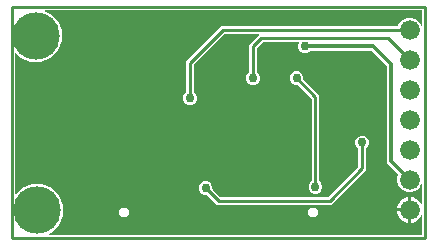
<source format=gtl>
G04 EAGLE Gerber RS-274X export*
G75*
%MOMM*%
%FSLAX34Y34*%
%LPD*%
%INTop Copper*%
%IPPOS*%
%AMOC8*
5,1,8,0,0,1.08239X$1,22.5*%
G01*
%ADD10C,1.676400*%
%ADD11C,0.254000*%
%ADD12C,0.755600*%
%ADD13C,0.304800*%
%ADD14C,4.016000*%
%ADD15C,0.254000*%

G36*
X347017Y2425D02*
X347017Y2425D01*
X347083Y2427D01*
X347126Y2445D01*
X347173Y2453D01*
X347230Y2487D01*
X347290Y2512D01*
X347325Y2543D01*
X347366Y2568D01*
X347408Y2619D01*
X347456Y2663D01*
X347478Y2705D01*
X347507Y2742D01*
X347528Y2804D01*
X347559Y2863D01*
X347567Y2917D01*
X347579Y2954D01*
X347578Y2994D01*
X347586Y3048D01*
X347586Y18187D01*
X347573Y18262D01*
X347568Y18337D01*
X347553Y18371D01*
X347547Y18408D01*
X347508Y18473D01*
X347477Y18543D01*
X347451Y18569D01*
X347432Y18601D01*
X347373Y18649D01*
X347320Y18703D01*
X347287Y18719D01*
X347258Y18742D01*
X347186Y18766D01*
X347117Y18799D01*
X347081Y18802D01*
X347046Y18814D01*
X346970Y18812D01*
X346894Y18818D01*
X346858Y18808D01*
X346821Y18807D01*
X346751Y18779D01*
X346678Y18759D01*
X346648Y18737D01*
X346614Y18723D01*
X346557Y18672D01*
X346496Y18627D01*
X346471Y18593D01*
X346448Y18572D01*
X346427Y18531D01*
X346387Y18475D01*
X346005Y17726D01*
X344995Y16335D01*
X343779Y15119D01*
X342388Y14108D01*
X340856Y13328D01*
X339221Y12797D01*
X337933Y12593D01*
X337933Y22815D01*
X337921Y22880D01*
X337919Y22946D01*
X337901Y22990D01*
X337893Y23036D01*
X337859Y23093D01*
X337835Y23154D01*
X337803Y23189D01*
X337779Y23229D01*
X337728Y23271D01*
X337683Y23319D01*
X337641Y23341D01*
X337605Y23371D01*
X337542Y23392D01*
X337484Y23422D01*
X337429Y23430D01*
X337392Y23443D01*
X337353Y23441D01*
X337298Y23450D01*
X336662Y23450D01*
X336662Y23451D01*
X337298Y23451D01*
X337363Y23463D01*
X337429Y23465D01*
X337473Y23483D01*
X337519Y23491D01*
X337576Y23525D01*
X337637Y23549D01*
X337672Y23581D01*
X337712Y23605D01*
X337754Y23656D01*
X337802Y23701D01*
X337824Y23743D01*
X337854Y23779D01*
X337875Y23842D01*
X337905Y23900D01*
X337913Y23955D01*
X337926Y23992D01*
X337924Y24031D01*
X337933Y24086D01*
X337933Y34308D01*
X339221Y34104D01*
X340856Y33573D01*
X342388Y32792D01*
X343779Y31782D01*
X344995Y30566D01*
X346005Y29175D01*
X346387Y28426D01*
X346433Y28366D01*
X346472Y28300D01*
X346500Y28277D01*
X346522Y28248D01*
X346587Y28207D01*
X346646Y28159D01*
X346681Y28147D01*
X346712Y28127D01*
X346786Y28111D01*
X346858Y28087D01*
X346895Y28088D01*
X346931Y28080D01*
X347007Y28091D01*
X347083Y28094D01*
X347117Y28107D01*
X347153Y28113D01*
X347220Y28149D01*
X347290Y28178D01*
X347318Y28203D01*
X347350Y28220D01*
X347400Y28278D01*
X347456Y28329D01*
X347473Y28362D01*
X347497Y28390D01*
X347524Y28461D01*
X347559Y28529D01*
X347565Y28570D01*
X347576Y28600D01*
X347576Y28646D01*
X347586Y28714D01*
X347586Y44817D01*
X347568Y44916D01*
X347554Y45016D01*
X347549Y45026D01*
X347547Y45038D01*
X347496Y45124D01*
X347448Y45213D01*
X347439Y45221D01*
X347432Y45231D01*
X347355Y45294D01*
X347279Y45361D01*
X347267Y45365D01*
X347258Y45373D01*
X347163Y45405D01*
X347069Y45440D01*
X347057Y45441D01*
X347046Y45444D01*
X346946Y45441D01*
X346845Y45442D01*
X346833Y45438D01*
X346821Y45438D01*
X346729Y45400D01*
X346634Y45366D01*
X346625Y45358D01*
X346614Y45353D01*
X346539Y45286D01*
X346463Y45220D01*
X346456Y45209D01*
X346448Y45202D01*
X346427Y45161D01*
X346366Y45060D01*
X345493Y42951D01*
X342563Y40021D01*
X338735Y38436D01*
X334592Y38436D01*
X330764Y40021D01*
X327834Y42951D01*
X326249Y46779D01*
X326249Y50922D01*
X327057Y52873D01*
X327068Y52926D01*
X327090Y52976D01*
X327092Y53035D01*
X327105Y53093D01*
X327097Y53146D01*
X327100Y53200D01*
X327082Y53256D01*
X327073Y53315D01*
X327047Y53362D01*
X327031Y53414D01*
X326989Y53471D01*
X326966Y53512D01*
X326943Y53532D01*
X326919Y53564D01*
X317443Y63041D01*
X317443Y145264D01*
X317436Y145306D01*
X317438Y145348D01*
X317416Y145415D01*
X317404Y145485D01*
X317382Y145521D01*
X317369Y145562D01*
X317315Y145635D01*
X317289Y145678D01*
X317273Y145691D01*
X317257Y145712D01*
X304792Y158177D01*
X304758Y158202D01*
X304729Y158233D01*
X304666Y158265D01*
X304608Y158306D01*
X304567Y158316D01*
X304529Y158336D01*
X304440Y158349D01*
X304391Y158362D01*
X304370Y158359D01*
X304344Y158363D01*
X252924Y158363D01*
X252882Y158356D01*
X252839Y158358D01*
X252772Y158336D01*
X252703Y158324D01*
X252666Y158302D01*
X252626Y158289D01*
X252553Y158235D01*
X252510Y158209D01*
X252496Y158193D01*
X252475Y158177D01*
X251292Y156994D01*
X249156Y156109D01*
X246844Y156109D01*
X244708Y156994D01*
X243074Y158628D01*
X242189Y160764D01*
X242189Y163076D01*
X242912Y164820D01*
X242928Y164896D01*
X242953Y164969D01*
X242952Y165005D01*
X242960Y165040D01*
X242949Y165116D01*
X242947Y165194D01*
X242933Y165226D01*
X242928Y165262D01*
X242891Y165330D01*
X242862Y165401D01*
X242838Y165428D01*
X242821Y165459D01*
X242763Y165510D01*
X242711Y165567D01*
X242679Y165583D01*
X242653Y165607D01*
X242580Y165634D01*
X242511Y165670D01*
X242471Y165676D01*
X242443Y165686D01*
X242396Y165687D01*
X242326Y165697D01*
X212631Y165697D01*
X212589Y165690D01*
X212547Y165692D01*
X212479Y165670D01*
X212410Y165658D01*
X212373Y165636D01*
X212333Y165623D01*
X212260Y165569D01*
X212217Y165543D01*
X212204Y165527D01*
X212182Y165511D01*
X207489Y160818D01*
X207464Y160783D01*
X207433Y160754D01*
X207401Y160691D01*
X207360Y160634D01*
X207350Y160592D01*
X207330Y160555D01*
X207317Y160465D01*
X207304Y160416D01*
X207307Y160395D01*
X207303Y160369D01*
X207303Y140178D01*
X207310Y140136D01*
X207308Y140093D01*
X207330Y140026D01*
X207342Y139957D01*
X207364Y139920D01*
X207377Y139880D01*
X207431Y139807D01*
X207457Y139764D01*
X207473Y139750D01*
X207489Y139729D01*
X208926Y138292D01*
X209811Y136156D01*
X209811Y133844D01*
X208926Y131708D01*
X207292Y130074D01*
X205156Y129189D01*
X202844Y129189D01*
X200708Y130074D01*
X199074Y131708D01*
X198189Y133844D01*
X198189Y136156D01*
X199074Y138292D01*
X200511Y139729D01*
X200536Y139764D01*
X200567Y139793D01*
X200599Y139855D01*
X200640Y139913D01*
X200650Y139954D01*
X200670Y139992D01*
X200683Y140082D01*
X200696Y140131D01*
X200693Y140151D01*
X200697Y140178D01*
X200697Y163368D01*
X208794Y171465D01*
X208845Y171538D01*
X208901Y171607D01*
X208909Y171630D01*
X208922Y171649D01*
X208945Y171735D01*
X208973Y171820D01*
X208972Y171843D01*
X208978Y171866D01*
X208969Y171955D01*
X208966Y172044D01*
X208958Y172066D01*
X208955Y172090D01*
X208916Y172170D01*
X208882Y172252D01*
X208866Y172269D01*
X208856Y172291D01*
X208791Y172352D01*
X208731Y172418D01*
X208710Y172428D01*
X208692Y172445D01*
X208610Y172479D01*
X208531Y172520D01*
X208505Y172524D01*
X208486Y172532D01*
X208435Y172534D01*
X208346Y172548D01*
X180631Y172548D01*
X180589Y172540D01*
X180547Y172542D01*
X180479Y172521D01*
X180410Y172508D01*
X180373Y172486D01*
X180333Y172473D01*
X180260Y172420D01*
X180217Y172394D01*
X180204Y172378D01*
X180182Y172362D01*
X154489Y146668D01*
X154464Y146633D01*
X154433Y146605D01*
X154401Y146542D01*
X154360Y146484D01*
X154350Y146443D01*
X154330Y146405D01*
X154317Y146315D01*
X154304Y146267D01*
X154307Y146246D01*
X154303Y146220D01*
X154303Y123178D01*
X154310Y123136D01*
X154308Y123093D01*
X154330Y123026D01*
X154342Y122957D01*
X154364Y122920D01*
X154377Y122880D01*
X154431Y122807D01*
X154457Y122764D01*
X154473Y122750D01*
X154489Y122729D01*
X155926Y121292D01*
X156811Y119156D01*
X156811Y116844D01*
X155926Y114708D01*
X154292Y113074D01*
X152156Y112189D01*
X149844Y112189D01*
X147708Y113074D01*
X146074Y114708D01*
X145189Y116844D01*
X145189Y119156D01*
X146074Y121292D01*
X147511Y122729D01*
X147536Y122764D01*
X147567Y122793D01*
X147599Y122855D01*
X147640Y122913D01*
X147650Y122954D01*
X147670Y122992D01*
X147683Y123082D01*
X147696Y123131D01*
X147693Y123151D01*
X147697Y123178D01*
X147697Y149219D01*
X177632Y179153D01*
X326335Y179153D01*
X326388Y179163D01*
X326442Y179162D01*
X326498Y179182D01*
X326556Y179193D01*
X326602Y179220D01*
X326653Y179239D01*
X326698Y179277D01*
X326749Y179307D01*
X326783Y179349D01*
X326824Y179384D01*
X326861Y179445D01*
X326890Y179481D01*
X326900Y179510D01*
X326921Y179545D01*
X327834Y181750D01*
X330764Y184680D01*
X334592Y186265D01*
X338735Y186265D01*
X342563Y184680D01*
X345493Y181750D01*
X346366Y179641D01*
X346420Y179556D01*
X346472Y179470D01*
X346481Y179462D01*
X346487Y179452D01*
X346568Y179392D01*
X346646Y179328D01*
X346657Y179325D01*
X346667Y179317D01*
X346763Y179289D01*
X346858Y179257D01*
X346870Y179257D01*
X346882Y179253D01*
X346982Y179260D01*
X347083Y179263D01*
X347094Y179268D01*
X347105Y179268D01*
X347197Y179310D01*
X347290Y179347D01*
X347299Y179355D01*
X347310Y179360D01*
X347382Y179431D01*
X347456Y179499D01*
X347462Y179509D01*
X347470Y179518D01*
X347512Y179609D01*
X347559Y179698D01*
X347561Y179711D01*
X347565Y179721D01*
X347569Y179766D01*
X347586Y179884D01*
X347586Y191952D01*
X347575Y192017D01*
X347573Y192083D01*
X347555Y192126D01*
X347547Y192173D01*
X347513Y192230D01*
X347488Y192290D01*
X347457Y192325D01*
X347432Y192366D01*
X347381Y192408D01*
X347337Y192456D01*
X347295Y192478D01*
X347258Y192507D01*
X347196Y192528D01*
X347137Y192559D01*
X347083Y192567D01*
X347046Y192579D01*
X347006Y192578D01*
X346952Y192586D01*
X28858Y192586D01*
X28759Y192568D01*
X28659Y192554D01*
X28649Y192549D01*
X28637Y192547D01*
X28551Y192495D01*
X28462Y192448D01*
X28454Y192439D01*
X28444Y192432D01*
X28381Y192355D01*
X28314Y192279D01*
X28310Y192267D01*
X28303Y192258D01*
X28270Y192163D01*
X28235Y192069D01*
X28235Y192057D01*
X28231Y192046D01*
X28234Y191946D01*
X28233Y191845D01*
X28237Y191833D01*
X28237Y191821D01*
X28275Y191729D01*
X28309Y191634D01*
X28317Y191625D01*
X28322Y191614D01*
X28389Y191540D01*
X28455Y191463D01*
X28466Y191456D01*
X28473Y191448D01*
X28514Y191427D01*
X28615Y191366D01*
X32526Y189746D01*
X38746Y183526D01*
X42113Y175399D01*
X42113Y166601D01*
X38746Y158474D01*
X32526Y152254D01*
X24399Y148887D01*
X15601Y148887D01*
X7474Y152254D01*
X3496Y156231D01*
X3423Y156282D01*
X3354Y156338D01*
X3332Y156346D01*
X3312Y156360D01*
X3226Y156382D01*
X3142Y156410D01*
X3118Y156410D01*
X3095Y156415D01*
X3006Y156406D01*
X2917Y156404D01*
X2895Y156395D01*
X2872Y156392D01*
X2792Y156353D01*
X2710Y156319D01*
X2692Y156303D01*
X2671Y156293D01*
X2610Y156228D01*
X2544Y156168D01*
X2533Y156147D01*
X2517Y156130D01*
X2482Y156048D01*
X2441Y155968D01*
X2438Y155942D01*
X2429Y155923D01*
X2427Y155873D01*
X2414Y155783D01*
X2414Y37217D01*
X2430Y37129D01*
X2439Y37041D01*
X2449Y37020D01*
X2453Y36996D01*
X2499Y36920D01*
X2538Y36840D01*
X2555Y36823D01*
X2568Y36803D01*
X2637Y36747D01*
X2701Y36686D01*
X2723Y36677D01*
X2742Y36662D01*
X2826Y36633D01*
X2908Y36598D01*
X2932Y36597D01*
X2954Y36590D01*
X3043Y36592D01*
X3132Y36588D01*
X3155Y36596D01*
X3179Y36596D01*
X3261Y36630D01*
X3346Y36657D01*
X3367Y36673D01*
X3386Y36681D01*
X3424Y36715D01*
X3496Y36769D01*
X8474Y41746D01*
X16601Y45113D01*
X25399Y45113D01*
X33526Y41746D01*
X39746Y35526D01*
X43113Y27399D01*
X43113Y18601D01*
X39746Y10474D01*
X33526Y4254D01*
X32029Y3634D01*
X31945Y3580D01*
X31858Y3528D01*
X31851Y3519D01*
X31841Y3513D01*
X31780Y3432D01*
X31717Y3354D01*
X31713Y3343D01*
X31706Y3333D01*
X31677Y3237D01*
X31645Y3142D01*
X31645Y3130D01*
X31642Y3118D01*
X31649Y3018D01*
X31652Y2917D01*
X31656Y2906D01*
X31657Y2895D01*
X31698Y2803D01*
X31736Y2710D01*
X31744Y2701D01*
X31749Y2690D01*
X31819Y2618D01*
X31887Y2544D01*
X31898Y2538D01*
X31906Y2530D01*
X31997Y2488D01*
X32087Y2441D01*
X32100Y2439D01*
X32109Y2435D01*
X32155Y2431D01*
X32272Y2414D01*
X346952Y2414D01*
X347017Y2425D01*
G37*
%LPC*%
G36*
X173632Y27697D02*
X173632Y27697D01*
X165326Y36003D01*
X165291Y36028D01*
X165262Y36059D01*
X165199Y36091D01*
X165142Y36132D01*
X165100Y36142D01*
X165063Y36162D01*
X164973Y36175D01*
X164924Y36188D01*
X164903Y36185D01*
X164877Y36189D01*
X162844Y36189D01*
X160708Y37074D01*
X159074Y38708D01*
X158189Y40844D01*
X158189Y43156D01*
X159074Y45292D01*
X160708Y46926D01*
X162844Y47811D01*
X165156Y47811D01*
X167292Y46926D01*
X168926Y45292D01*
X169811Y43156D01*
X169811Y41123D01*
X169818Y41081D01*
X169816Y41039D01*
X169838Y40971D01*
X169850Y40902D01*
X169872Y40865D01*
X169885Y40825D01*
X169927Y40769D01*
X169928Y40765D01*
X169935Y40757D01*
X169939Y40752D01*
X169965Y40709D01*
X169981Y40696D01*
X169997Y40674D01*
X176182Y34489D01*
X176217Y34464D01*
X176246Y34433D01*
X176309Y34401D01*
X176366Y34360D01*
X176408Y34350D01*
X176445Y34330D01*
X176535Y34317D01*
X176584Y34304D01*
X176605Y34307D01*
X176631Y34303D01*
X267369Y34303D01*
X267411Y34310D01*
X267453Y34308D01*
X267521Y34330D01*
X267590Y34342D01*
X267627Y34364D01*
X267667Y34377D01*
X267740Y34431D01*
X267783Y34457D01*
X267796Y34473D01*
X267818Y34489D01*
X293082Y59753D01*
X293107Y59788D01*
X293138Y59817D01*
X293170Y59880D01*
X293211Y59937D01*
X293221Y59979D01*
X293241Y60016D01*
X293254Y60106D01*
X293266Y60155D01*
X293264Y60176D01*
X293268Y60202D01*
X293268Y75393D01*
X293261Y75435D01*
X293263Y75478D01*
X293241Y75545D01*
X293229Y75614D01*
X293207Y75651D01*
X293194Y75691D01*
X293140Y75764D01*
X293114Y75807D01*
X293098Y75821D01*
X293082Y75842D01*
X291645Y77279D01*
X290760Y79415D01*
X290760Y81727D01*
X291645Y83863D01*
X293279Y85497D01*
X295415Y86382D01*
X297727Y86382D01*
X299863Y85497D01*
X301497Y83863D01*
X302382Y81727D01*
X302382Y79415D01*
X301497Y77279D01*
X300059Y75842D01*
X300035Y75807D01*
X300004Y75778D01*
X299972Y75715D01*
X299931Y75658D01*
X299921Y75617D01*
X299901Y75579D01*
X299888Y75489D01*
X299875Y75440D01*
X299878Y75420D01*
X299874Y75393D01*
X299874Y57203D01*
X270368Y27697D01*
X173632Y27697D01*
G37*
%LPD*%
%LPC*%
G36*
X255844Y37189D02*
X255844Y37189D01*
X253708Y38074D01*
X252074Y39708D01*
X251189Y41844D01*
X251189Y44156D01*
X252074Y46292D01*
X253511Y47729D01*
X253536Y47764D01*
X253567Y47793D01*
X253599Y47855D01*
X253640Y47913D01*
X253650Y47954D01*
X253670Y47992D01*
X253683Y48082D01*
X253696Y48131D01*
X253693Y48151D01*
X253697Y48178D01*
X253697Y117369D01*
X253690Y117411D01*
X253692Y117453D01*
X253670Y117521D01*
X253658Y117590D01*
X253636Y117627D01*
X253623Y117667D01*
X253569Y117740D01*
X253543Y117783D01*
X253527Y117796D01*
X253511Y117818D01*
X242326Y129003D01*
X242291Y129028D01*
X242262Y129059D01*
X242199Y129091D01*
X242142Y129132D01*
X242100Y129142D01*
X242063Y129162D01*
X241973Y129175D01*
X241924Y129188D01*
X241903Y129185D01*
X241877Y129189D01*
X239844Y129189D01*
X237708Y130074D01*
X236074Y131708D01*
X235189Y133844D01*
X235189Y136156D01*
X236074Y138292D01*
X237708Y139926D01*
X239844Y140811D01*
X242156Y140811D01*
X244292Y139926D01*
X245926Y138292D01*
X246811Y136156D01*
X246811Y134123D01*
X246818Y134081D01*
X246816Y134039D01*
X246838Y133971D01*
X246850Y133902D01*
X246872Y133865D01*
X246885Y133825D01*
X246939Y133752D01*
X246965Y133709D01*
X246981Y133695D01*
X246997Y133674D01*
X260303Y120368D01*
X260303Y48178D01*
X260310Y48136D01*
X260308Y48093D01*
X260330Y48026D01*
X260342Y47957D01*
X260364Y47920D01*
X260377Y47880D01*
X260431Y47807D01*
X260457Y47764D01*
X260473Y47750D01*
X260489Y47729D01*
X261926Y46292D01*
X262811Y44156D01*
X262811Y41844D01*
X261926Y39708D01*
X260292Y38074D01*
X258156Y37189D01*
X255844Y37189D01*
G37*
%LPD*%
%LPC*%
G36*
X325806Y24720D02*
X325806Y24720D01*
X326010Y26008D01*
X326541Y27643D01*
X327321Y29175D01*
X328332Y30566D01*
X329548Y31782D01*
X330939Y32792D01*
X332470Y33573D01*
X334106Y34104D01*
X335394Y34308D01*
X335394Y24720D01*
X325806Y24720D01*
G37*
%LPD*%
%LPC*%
G36*
X334106Y12797D02*
X334106Y12797D01*
X332470Y13328D01*
X330939Y14108D01*
X329548Y15119D01*
X328332Y16335D01*
X327321Y17726D01*
X326541Y19258D01*
X326010Y20893D01*
X325806Y22181D01*
X335394Y22181D01*
X335394Y12593D01*
X334106Y12797D01*
G37*
%LPD*%
%LPC*%
G36*
X253339Y17395D02*
X253339Y17395D01*
X250976Y19757D01*
X250976Y23098D01*
X253339Y25460D01*
X256679Y25460D01*
X259042Y23098D01*
X259042Y19757D01*
X256679Y17395D01*
X253339Y17395D01*
G37*
%LPD*%
%LPC*%
G36*
X93339Y17395D02*
X93339Y17395D01*
X90976Y19757D01*
X90976Y23098D01*
X93339Y25460D01*
X96679Y25460D01*
X99042Y23098D01*
X99042Y19757D01*
X96679Y17395D01*
X93339Y17395D01*
G37*
%LPD*%
D10*
X336663Y23450D03*
X336663Y48850D03*
X336663Y74250D03*
X336663Y99650D03*
X336663Y125050D03*
X336663Y150450D03*
X336663Y175850D03*
D11*
X179000Y175850D01*
D12*
X151000Y118000D03*
D11*
X151000Y147850D02*
X179000Y175850D01*
X151000Y147850D02*
X151000Y118000D01*
D12*
X296571Y80571D03*
D11*
X296571Y58571D01*
X269000Y31000D01*
D12*
X164000Y42000D03*
D11*
X175000Y31000D01*
X269000Y31000D01*
X336663Y150450D02*
X318114Y169000D01*
D12*
X204000Y135000D03*
D11*
X211000Y169000D02*
X318114Y169000D01*
X204000Y162000D02*
X204000Y135000D01*
X204000Y162000D02*
X211000Y169000D01*
D12*
X248000Y161920D03*
D13*
X306080Y161920D02*
X321000Y147000D01*
X321000Y64514D01*
X306080Y161920D02*
X248000Y161920D01*
X321000Y64514D02*
X336663Y48850D01*
D12*
X257000Y43000D03*
D11*
X257000Y119000D01*
X241000Y135000D01*
D12*
X241000Y135000D03*
D14*
X21000Y23000D03*
X20000Y171000D03*
D15*
X0Y0D02*
X350000Y0D01*
X350000Y195000D01*
X0Y195000D01*
X0Y0D01*
M02*

</source>
